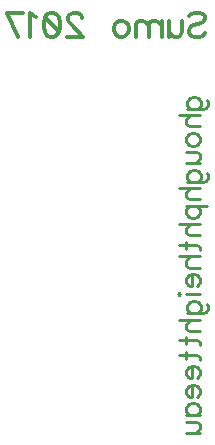
<source format=gbr>
G04 DipTrace 3.0.0.2*
G04 BottomSilk.gbr*
%MOIN*%
G04 #@! TF.FileFunction,Legend,Bot*
G04 #@! TF.Part,Single*
%ADD96C,0.012351*%
%ADD97C,0.010807*%
%FSLAX26Y26*%
G04*
G70*
G90*
G75*
G01*
G04 BotSilk*
%LPD*%
X2561955Y2400933D2*
D96*
X2569560Y2408627D1*
X2581056Y2412429D1*
X2596355D1*
X2607851Y2408627D1*
X2615545Y2400933D1*
Y2393328D1*
X2611654Y2385635D1*
X2607851Y2381832D1*
X2600246Y2378030D1*
X2577254Y2370336D1*
X2569560Y2366533D1*
X2565758Y2362643D1*
X2561955Y2355037D1*
Y2343541D1*
X2569560Y2335936D1*
X2581056Y2332045D1*
X2596355D1*
X2607851Y2335936D1*
X2615545Y2343541D1*
X2537252Y2385635D2*
Y2347344D1*
X2533450Y2335936D1*
X2525756Y2332045D1*
X2514260D1*
X2506655Y2335936D1*
X2495159Y2347344D1*
Y2385635D2*
Y2332045D1*
X2470456Y2385635D2*
Y2332045D1*
Y2370336D2*
X2458960Y2381832D1*
X2451267Y2385635D1*
X2439859D1*
X2432166Y2381832D1*
X2428363Y2370336D1*
Y2332045D1*
Y2370336D2*
X2416867Y2381832D1*
X2409174Y2385635D1*
X2397766D1*
X2390072Y2381832D1*
X2386181Y2370336D1*
Y2332045D1*
X2342377Y2385635D2*
X2349983Y2381832D1*
X2357676Y2374139D1*
X2361479Y2362643D1*
Y2355037D1*
X2357676Y2343541D1*
X2349983Y2335936D1*
X2342377Y2332045D1*
X2330881D1*
X2323188Y2335936D1*
X2315583Y2343541D1*
X2311692Y2355037D1*
Y2362643D1*
X2315583Y2374139D1*
X2323188Y2381832D1*
X2330881Y2385635D1*
X2342377D1*
X2205336Y2393240D2*
Y2397042D1*
X2201534Y2404736D1*
X2197731Y2408538D1*
X2190038Y2412341D1*
X2174739D1*
X2167134Y2408538D1*
X2163332Y2404736D1*
X2159441Y2397042D1*
Y2389437D1*
X2163332Y2381744D1*
X2170937Y2370336D1*
X2209227Y2332045D1*
X2155638D1*
X2107943Y2412341D2*
X2119439Y2408538D1*
X2127133Y2397042D1*
X2130935Y2377941D1*
Y2366445D1*
X2127133Y2347344D1*
X2119439Y2335848D1*
X2107943Y2332045D1*
X2100338D1*
X2088842Y2335848D1*
X2081237Y2347344D1*
X2077346Y2366445D1*
Y2377941D1*
X2081237Y2397042D1*
X2088842Y2408538D1*
X2100338Y2412341D1*
X2107943D1*
X2081237Y2397042D2*
X2127133Y2347344D1*
X2052643Y2397042D2*
X2044950Y2400933D1*
X2033454Y2412341D1*
Y2332045D1*
X1993452D2*
X1955161Y2412341D1*
X2008751D1*
X2556445Y2092490D2*
D97*
X2610068D1*
X2620049Y2095817D1*
X2623454Y2099144D1*
X2626781Y2105876D1*
Y2115935D1*
X2623454Y2122590D1*
X2566504Y2092490D2*
X2559850Y2099144D1*
X2556445Y2105876D1*
Y2115935D1*
X2559850Y2122590D1*
X2566504Y2129322D1*
X2576563Y2132649D1*
X2583295D1*
X2593277Y2129322D1*
X2600009Y2122590D1*
X2603336Y2115935D1*
Y2105876D1*
X2600009Y2099144D1*
X2593277Y2092490D1*
X2529673Y2070875D2*
X2600009D1*
X2566504D2*
X2556445Y2060816D1*
X2553118Y2054084D1*
Y2044025D1*
X2556445Y2037371D1*
X2566504Y2034043D1*
X2600009D1*
X2553118Y1995715D2*
X2556445Y2002369D1*
X2563177Y2009101D1*
X2573236Y2012428D1*
X2579891D1*
X2589950Y2009101D1*
X2596604Y2002369D1*
X2600009Y1995715D1*
Y1985656D1*
X2596604Y1978924D1*
X2589950Y1972270D1*
X2579891Y1968865D1*
X2573236D1*
X2563177Y1972270D1*
X2556445Y1978924D1*
X2553118Y1985656D1*
Y1995715D1*
Y1947250D2*
X2586622D1*
X2596604Y1943923D1*
X2600009Y1937191D1*
Y1927132D1*
X2596604Y1920478D1*
X2586622Y1910418D1*
X2553118D2*
X2600009D1*
X2556445Y1848645D2*
X2610068D1*
X2620049Y1851972D1*
X2623454Y1855299D1*
X2626781Y1862031D1*
Y1872090D1*
X2623454Y1878744D1*
X2566504Y1848645D2*
X2559850Y1855299D1*
X2556445Y1862031D1*
Y1872090D1*
X2559850Y1878744D1*
X2566504Y1885476D1*
X2576563Y1888804D1*
X2583295D1*
X2593277Y1885476D1*
X2600009Y1878744D1*
X2603336Y1872090D1*
Y1862031D1*
X2600009Y1855299D1*
X2593277Y1848645D1*
X2529673Y1827030D2*
X2600009D1*
X2566504D2*
X2556445Y1816971D1*
X2553118Y1810239D1*
Y1800180D1*
X2556445Y1793525D1*
X2566504Y1790198D1*
X2600009D1*
X2553118Y1768583D2*
X2623454D1*
X2563177D2*
X2556523Y1761851D1*
X2553118Y1755197D1*
Y1745138D1*
X2556523Y1738406D1*
X2563177Y1731752D1*
X2573236Y1728347D1*
X2579968D1*
X2589950Y1731752D1*
X2596681Y1738406D1*
X2600009Y1745138D1*
Y1755197D1*
X2596681Y1761851D1*
X2589950Y1768583D1*
X2529673Y1706732D2*
X2600009D1*
X2566504D2*
X2556445Y1696673D1*
X2553118Y1689941D1*
Y1679882D1*
X2556445Y1673228D1*
X2566504Y1669900D1*
X2600009D1*
X2529673Y1638226D2*
X2586622D1*
X2596604Y1634899D1*
X2600009Y1628167D1*
Y1621513D1*
X2553118Y1648285D2*
Y1624840D1*
X2529673Y1599898D2*
X2600009D1*
X2566504D2*
X2556445Y1589839D1*
X2553118Y1583107D1*
Y1573048D1*
X2556445Y1566394D1*
X2566504Y1563066D1*
X2600009D1*
X2573236Y1541451D2*
Y1501293D1*
X2566504D1*
X2559772Y1504620D1*
X2556445Y1507947D1*
X2553118Y1514679D1*
Y1524738D1*
X2556445Y1531392D1*
X2563177Y1538124D1*
X2573236Y1541451D1*
X2579891D1*
X2589950Y1538124D1*
X2596604Y1531392D1*
X2600009Y1524738D1*
Y1514679D1*
X2596604Y1507947D1*
X2589950Y1501293D1*
X2529673Y1479678D2*
X2533000Y1476350D1*
X2529673Y1472946D1*
X2526268Y1476350D1*
X2529673Y1479678D1*
X2553118Y1476350D2*
X2600009D1*
X2556445Y1411172D2*
X2610068D1*
X2620049Y1414499D1*
X2623454Y1417826D1*
X2626781Y1424558D1*
Y1434617D1*
X2623454Y1441272D1*
X2566504Y1411172D2*
X2559850Y1417826D1*
X2556445Y1424558D1*
Y1434617D1*
X2559850Y1441272D1*
X2566504Y1448004D1*
X2576563Y1451331D1*
X2583295D1*
X2593277Y1448004D1*
X2600009Y1441272D1*
X2603336Y1434617D1*
Y1424558D1*
X2600009Y1417826D1*
X2593277Y1411172D1*
X2529673Y1389557D2*
X2600009D1*
X2566504D2*
X2556445Y1379498D1*
X2553118Y1372766D1*
Y1362707D1*
X2556445Y1356053D1*
X2566504Y1352725D1*
X2600009D1*
X2529673Y1321051D2*
X2586622D1*
X2596604Y1317724D1*
X2600009Y1310992D1*
Y1304338D1*
X2553118Y1331110D2*
Y1307665D1*
X2529673Y1272664D2*
X2586622D1*
X2596604Y1269337D1*
X2600009Y1262605D1*
Y1255950D1*
X2553118Y1282723D2*
Y1259278D1*
X2573236Y1234335D2*
Y1194177D1*
X2566504D1*
X2559772Y1197504D1*
X2556445Y1200831D1*
X2553118Y1207563D1*
Y1217622D1*
X2556445Y1224276D1*
X2563177Y1231008D1*
X2573236Y1234335D1*
X2579891D1*
X2589950Y1231008D1*
X2596604Y1224276D1*
X2600009Y1217622D1*
Y1207563D1*
X2596604Y1200831D1*
X2589950Y1194177D1*
X2573236Y1172562D2*
Y1132403D1*
X2566504D1*
X2559772Y1135730D1*
X2556445Y1139057D1*
X2553118Y1145789D1*
Y1155848D1*
X2556445Y1162503D1*
X2563177Y1169234D1*
X2573236Y1172562D1*
X2579891D1*
X2589950Y1169234D1*
X2596604Y1162503D1*
X2600009Y1155848D1*
Y1145789D1*
X2596604Y1139057D1*
X2589950Y1132403D1*
X2553118Y1070629D2*
X2600009D1*
X2563177D2*
X2556445Y1077284D1*
X2553118Y1084015D1*
Y1093997D1*
X2556445Y1100729D1*
X2563177Y1107383D1*
X2573236Y1110788D1*
X2579891D1*
X2589950Y1107383D1*
X2596604Y1100729D1*
X2600009Y1093997D1*
Y1084015D1*
X2596604Y1077283D1*
X2589950Y1070629D1*
X2553118Y1049014D2*
X2586622D1*
X2596604Y1045687D1*
X2600009Y1038955D1*
Y1028896D1*
X2596604Y1022242D1*
X2586622Y1012183D1*
X2553118D2*
X2600009D1*
M02*

</source>
